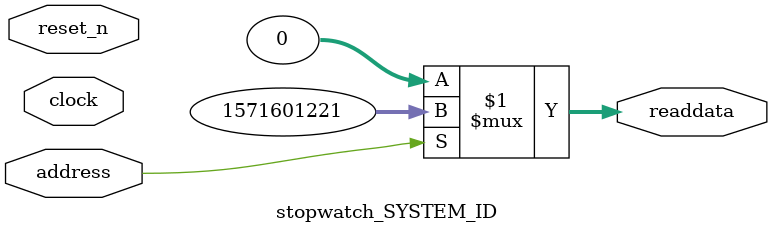
<source format=v>

`timescale 1ns / 1ps
// synthesis translate_on

// turn off superfluous verilog processor warnings 
// altera message_level Level1 
// altera message_off 10034 10035 10036 10037 10230 10240 10030 

module stopwatch_SYSTEM_ID (
               // inputs:
                address,
                clock,
                reset_n,

               // outputs:
                readdata
             )
;

  output  [ 31: 0] readdata;
  input            address;
  input            clock;
  input            reset_n;

  wire    [ 31: 0] readdata;
  //control_slave, which is an e_avalon_slave
  assign readdata = address ? 1571601221 : 0;

endmodule




</source>
